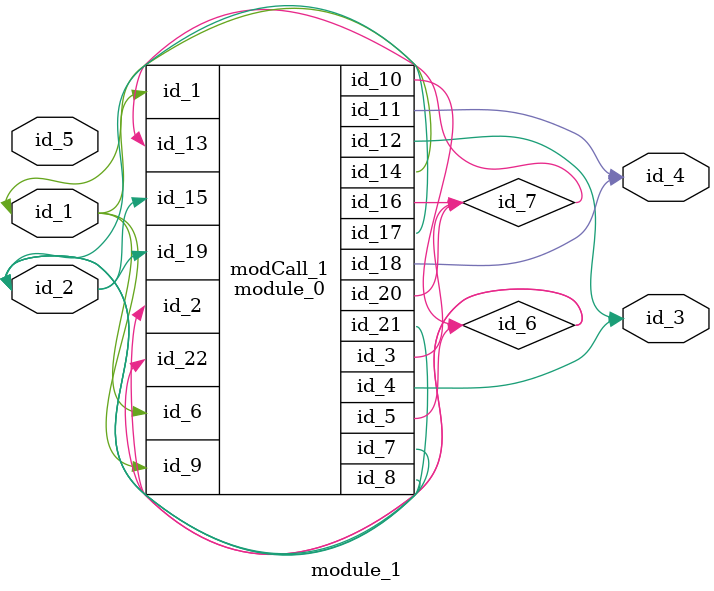
<source format=v>
module module_0 (
    id_1,
    id_2,
    id_3,
    id_4,
    id_5,
    id_6,
    id_7,
    id_8,
    id_9,
    id_10,
    id_11,
    id_12,
    id_13,
    id_14,
    id_15,
    id_16,
    id_17,
    id_18,
    id_19,
    id_20,
    id_21,
    id_22
);
  input wire id_22;
  inout wire id_21;
  inout wire id_20;
  input wire id_19;
  output wire id_18;
  output wire id_17;
  inout wire id_16;
  input wire id_15;
  output wire id_14;
  input wire id_13;
  output wire id_12;
  output wire id_11;
  inout wire id_10;
  input wire id_9;
  output wire id_8;
  inout wire id_7;
  input wire id_6;
  inout wire id_5;
  output wire id_4;
  inout wire id_3;
  input wire id_2;
  input wire id_1;
  assign id_8 = id_3;
endmodule
module module_1 (
    id_1,
    id_2,
    id_3,
    id_4,
    id_5
);
  inout wire id_5;
  output wire id_4;
  output wire id_3;
  inout wire id_2;
  inout wire id_1;
  wire id_6;
  wire id_7;
  module_0 modCall_1 (
      id_1,
      id_6,
      id_7,
      id_3,
      id_6,
      id_1,
      id_2,
      id_2,
      id_1,
      id_6,
      id_4,
      id_3,
      id_7,
      id_1,
      id_2,
      id_7,
      id_2,
      id_4,
      id_2,
      id_7,
      id_2,
      id_6
  );
endmodule

</source>
